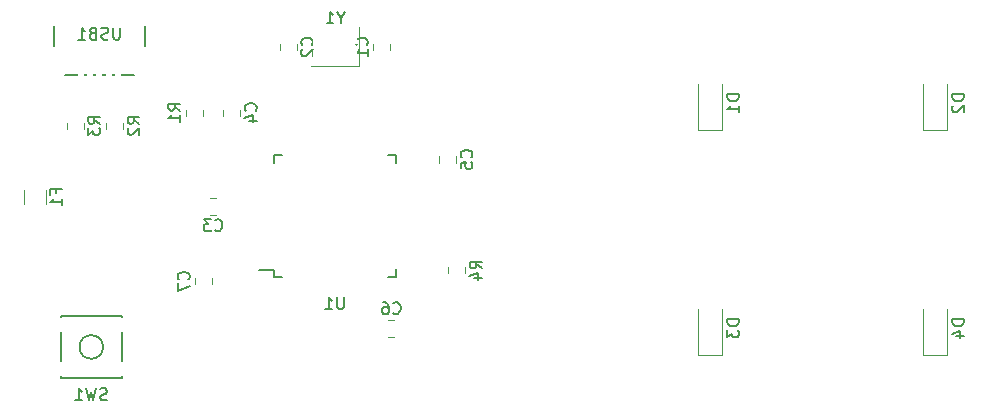
<source format=gbr>
G04 #@! TF.GenerationSoftware,KiCad,Pcbnew,(5.1.4)-1*
G04 #@! TF.CreationDate,2020-07-29T14:25:06+02:00*
G04 #@! TF.ProjectId,ai03-pcb-2x2-macroboard,61693033-2d70-4636-922d-3278322d6d61,rev?*
G04 #@! TF.SameCoordinates,Original*
G04 #@! TF.FileFunction,Legend,Bot*
G04 #@! TF.FilePolarity,Positive*
%FSLAX46Y46*%
G04 Gerber Fmt 4.6, Leading zero omitted, Abs format (unit mm)*
G04 Created by KiCad (PCBNEW (5.1.4)-1) date 2020-07-29 14:25:06*
%MOMM*%
%LPD*%
G04 APERTURE LIST*
%ADD10C,0.150000*%
%ADD11C,0.120000*%
%ADD12O,1.802000X2.802000*%
%ADD13R,0.602000X2.352000*%
%ADD14R,1.502000X1.302000*%
%ADD15R,0.652000X1.602000*%
%ADD16R,1.602000X0.652000*%
%ADD17R,1.902000X1.202000*%
%ADD18C,0.100000*%
%ADD19C,1.077000*%
%ADD20C,1.852000*%
%ADD21R,2.007000X2.007000*%
%ADD22C,2.007000*%
%ADD23C,2.352000*%
%ADD24C,4.089800*%
%ADD25C,2.352000*%
%ADD26C,1.352000*%
%ADD27R,1.302000X1.002000*%
G04 APERTURE END LIST*
D10*
X128611000Y-81026000D02*
X128611000Y-86476000D01*
X136311000Y-81026000D02*
X136311000Y-86476000D01*
X128611000Y-86476000D02*
X136311000Y-86476000D01*
D11*
X154400000Y-85787500D02*
X150400000Y-85787500D01*
X154400000Y-82487500D02*
X154400000Y-85787500D01*
D10*
X147225000Y-103025000D02*
X145950000Y-103025000D01*
X157575000Y-103600000D02*
X156900000Y-103600000D01*
X157575000Y-93250000D02*
X156900000Y-93250000D01*
X147225000Y-93250000D02*
X147900000Y-93250000D01*
X147225000Y-103600000D02*
X147900000Y-103600000D01*
X147225000Y-93250000D02*
X147225000Y-93925000D01*
X157575000Y-93250000D02*
X157575000Y-93925000D01*
X157575000Y-103600000D02*
X157575000Y-102925000D01*
X147225000Y-103600000D02*
X147225000Y-103025000D01*
X134362500Y-106937500D02*
X129162500Y-106937500D01*
X129162500Y-106937500D02*
X129162500Y-112137500D01*
X129162500Y-112137500D02*
X134362500Y-112137500D01*
X134362500Y-112137500D02*
X134362500Y-106937500D01*
X132762500Y-109537500D02*
G75*
G03X132762500Y-109537500I-1000000J0D01*
G01*
D11*
X162008750Y-103302328D02*
X162008750Y-102785172D01*
X163428750Y-103302328D02*
X163428750Y-102785172D01*
X129687250Y-91063578D02*
X129687250Y-90546422D01*
X131107250Y-91063578D02*
X131107250Y-90546422D01*
X133021000Y-91063578D02*
X133021000Y-90546422D01*
X134441000Y-91063578D02*
X134441000Y-90546422D01*
X141203750Y-89435172D02*
X141203750Y-89952328D01*
X139783750Y-89435172D02*
X139783750Y-89952328D01*
X126090000Y-97439564D02*
X126090000Y-96235436D01*
X127910000Y-97439564D02*
X127910000Y-96235436D01*
X204200000Y-110200000D02*
X204200000Y-106300000D01*
X202200000Y-110200000D02*
X202200000Y-106300000D01*
X204200000Y-110200000D02*
X202200000Y-110200000D01*
X185150000Y-110200000D02*
X185150000Y-106300000D01*
X183150000Y-110200000D02*
X183150000Y-106300000D01*
X185150000Y-110200000D02*
X183150000Y-110200000D01*
X204200000Y-91150000D02*
X204200000Y-87250000D01*
X202200000Y-91150000D02*
X202200000Y-87250000D01*
X204200000Y-91150000D02*
X202200000Y-91150000D01*
X185150000Y-91150000D02*
X185150000Y-87250000D01*
X183150000Y-91150000D02*
X183150000Y-87250000D01*
X185150000Y-91150000D02*
X183150000Y-91150000D01*
X141997500Y-103722672D02*
X141997500Y-104239828D01*
X140577500Y-103722672D02*
X140577500Y-104239828D01*
X157421078Y-108660000D02*
X156903922Y-108660000D01*
X157421078Y-107240000D02*
X156903922Y-107240000D01*
X161215000Y-93921078D02*
X161215000Y-93403922D01*
X162635000Y-93921078D02*
X162635000Y-93403922D01*
X142958750Y-89952328D02*
X142958750Y-89435172D01*
X144378750Y-89952328D02*
X144378750Y-89435172D01*
X141822672Y-96921250D02*
X142339828Y-96921250D01*
X141822672Y-98341250D02*
X142339828Y-98341250D01*
X147721250Y-84396078D02*
X147721250Y-83878922D01*
X149141250Y-84396078D02*
X149141250Y-83878922D01*
X157078750Y-83878922D02*
X157078750Y-84396078D01*
X155658750Y-83878922D02*
X155658750Y-84396078D01*
D10*
X134199095Y-82510380D02*
X134199095Y-83319904D01*
X134151476Y-83415142D01*
X134103857Y-83462761D01*
X134008619Y-83510380D01*
X133818142Y-83510380D01*
X133722904Y-83462761D01*
X133675285Y-83415142D01*
X133627666Y-83319904D01*
X133627666Y-82510380D01*
X133199095Y-83462761D02*
X133056238Y-83510380D01*
X132818142Y-83510380D01*
X132722904Y-83462761D01*
X132675285Y-83415142D01*
X132627666Y-83319904D01*
X132627666Y-83224666D01*
X132675285Y-83129428D01*
X132722904Y-83081809D01*
X132818142Y-83034190D01*
X133008619Y-82986571D01*
X133103857Y-82938952D01*
X133151476Y-82891333D01*
X133199095Y-82796095D01*
X133199095Y-82700857D01*
X133151476Y-82605619D01*
X133103857Y-82558000D01*
X133008619Y-82510380D01*
X132770523Y-82510380D01*
X132627666Y-82558000D01*
X131865761Y-82986571D02*
X131722904Y-83034190D01*
X131675285Y-83081809D01*
X131627666Y-83177047D01*
X131627666Y-83319904D01*
X131675285Y-83415142D01*
X131722904Y-83462761D01*
X131818142Y-83510380D01*
X132199095Y-83510380D01*
X132199095Y-82510380D01*
X131865761Y-82510380D01*
X131770523Y-82558000D01*
X131722904Y-82605619D01*
X131675285Y-82700857D01*
X131675285Y-82796095D01*
X131722904Y-82891333D01*
X131770523Y-82938952D01*
X131865761Y-82986571D01*
X132199095Y-82986571D01*
X130675285Y-83510380D02*
X131246714Y-83510380D01*
X130961000Y-83510380D02*
X130961000Y-82510380D01*
X131056238Y-82653238D01*
X131151476Y-82748476D01*
X131246714Y-82796095D01*
X152876190Y-81663690D02*
X152876190Y-82139880D01*
X153209523Y-81139880D02*
X152876190Y-81663690D01*
X152542857Y-81139880D01*
X151685714Y-82139880D02*
X152257142Y-82139880D01*
X151971428Y-82139880D02*
X151971428Y-81139880D01*
X152066666Y-81282738D01*
X152161904Y-81377976D01*
X152257142Y-81425595D01*
X153161904Y-105327380D02*
X153161904Y-106136904D01*
X153114285Y-106232142D01*
X153066666Y-106279761D01*
X152971428Y-106327380D01*
X152780952Y-106327380D01*
X152685714Y-106279761D01*
X152638095Y-106232142D01*
X152590476Y-106136904D01*
X152590476Y-105327380D01*
X151590476Y-106327380D02*
X152161904Y-106327380D01*
X151876190Y-106327380D02*
X151876190Y-105327380D01*
X151971428Y-105470238D01*
X152066666Y-105565476D01*
X152161904Y-105613095D01*
X133095833Y-114006261D02*
X132952976Y-114053880D01*
X132714880Y-114053880D01*
X132619642Y-114006261D01*
X132572023Y-113958642D01*
X132524404Y-113863404D01*
X132524404Y-113768166D01*
X132572023Y-113672928D01*
X132619642Y-113625309D01*
X132714880Y-113577690D01*
X132905357Y-113530071D01*
X133000595Y-113482452D01*
X133048214Y-113434833D01*
X133095833Y-113339595D01*
X133095833Y-113244357D01*
X133048214Y-113149119D01*
X133000595Y-113101500D01*
X132905357Y-113053880D01*
X132667261Y-113053880D01*
X132524404Y-113101500D01*
X132191071Y-113053880D02*
X131952976Y-114053880D01*
X131762500Y-113339595D01*
X131572023Y-114053880D01*
X131333928Y-113053880D01*
X130429166Y-114053880D02*
X131000595Y-114053880D01*
X130714880Y-114053880D02*
X130714880Y-113053880D01*
X130810119Y-113196738D01*
X130905357Y-113291976D01*
X131000595Y-113339595D01*
X164821130Y-102877083D02*
X164344940Y-102543750D01*
X164821130Y-102305654D02*
X163821130Y-102305654D01*
X163821130Y-102686607D01*
X163868750Y-102781845D01*
X163916369Y-102829464D01*
X164011607Y-102877083D01*
X164154464Y-102877083D01*
X164249702Y-102829464D01*
X164297321Y-102781845D01*
X164344940Y-102686607D01*
X164344940Y-102305654D01*
X164154464Y-103734226D02*
X164821130Y-103734226D01*
X163773511Y-103496130D02*
X164487797Y-103258035D01*
X164487797Y-103877083D01*
X132499630Y-90638333D02*
X132023440Y-90305000D01*
X132499630Y-90066904D02*
X131499630Y-90066904D01*
X131499630Y-90447857D01*
X131547250Y-90543095D01*
X131594869Y-90590714D01*
X131690107Y-90638333D01*
X131832964Y-90638333D01*
X131928202Y-90590714D01*
X131975821Y-90543095D01*
X132023440Y-90447857D01*
X132023440Y-90066904D01*
X131499630Y-90971666D02*
X131499630Y-91590714D01*
X131880583Y-91257380D01*
X131880583Y-91400238D01*
X131928202Y-91495476D01*
X131975821Y-91543095D01*
X132071059Y-91590714D01*
X132309154Y-91590714D01*
X132404392Y-91543095D01*
X132452011Y-91495476D01*
X132499630Y-91400238D01*
X132499630Y-91114523D01*
X132452011Y-91019285D01*
X132404392Y-90971666D01*
X135833380Y-90638333D02*
X135357190Y-90305000D01*
X135833380Y-90066904D02*
X134833380Y-90066904D01*
X134833380Y-90447857D01*
X134881000Y-90543095D01*
X134928619Y-90590714D01*
X135023857Y-90638333D01*
X135166714Y-90638333D01*
X135261952Y-90590714D01*
X135309571Y-90543095D01*
X135357190Y-90447857D01*
X135357190Y-90066904D01*
X134928619Y-91019285D02*
X134881000Y-91066904D01*
X134833380Y-91162142D01*
X134833380Y-91400238D01*
X134881000Y-91495476D01*
X134928619Y-91543095D01*
X135023857Y-91590714D01*
X135119095Y-91590714D01*
X135261952Y-91543095D01*
X135833380Y-90971666D01*
X135833380Y-91590714D01*
X139296130Y-89527083D02*
X138819940Y-89193750D01*
X139296130Y-88955654D02*
X138296130Y-88955654D01*
X138296130Y-89336607D01*
X138343750Y-89431845D01*
X138391369Y-89479464D01*
X138486607Y-89527083D01*
X138629464Y-89527083D01*
X138724702Y-89479464D01*
X138772321Y-89431845D01*
X138819940Y-89336607D01*
X138819940Y-88955654D01*
X139296130Y-90479464D02*
X139296130Y-89908035D01*
X139296130Y-90193750D02*
X138296130Y-90193750D01*
X138438988Y-90098511D01*
X138534226Y-90003273D01*
X138581845Y-89908035D01*
X128748571Y-96504166D02*
X128748571Y-96170833D01*
X129272380Y-96170833D02*
X128272380Y-96170833D01*
X128272380Y-96647023D01*
X129272380Y-97551785D02*
X129272380Y-96980357D01*
X129272380Y-97266071D02*
X128272380Y-97266071D01*
X128415238Y-97170833D01*
X128510476Y-97075595D01*
X128558095Y-96980357D01*
X205652380Y-107211904D02*
X204652380Y-107211904D01*
X204652380Y-107450000D01*
X204700000Y-107592857D01*
X204795238Y-107688095D01*
X204890476Y-107735714D01*
X205080952Y-107783333D01*
X205223809Y-107783333D01*
X205414285Y-107735714D01*
X205509523Y-107688095D01*
X205604761Y-107592857D01*
X205652380Y-107450000D01*
X205652380Y-107211904D01*
X204985714Y-108640476D02*
X205652380Y-108640476D01*
X204604761Y-108402380D02*
X205319047Y-108164285D01*
X205319047Y-108783333D01*
X186602380Y-107211904D02*
X185602380Y-107211904D01*
X185602380Y-107450000D01*
X185650000Y-107592857D01*
X185745238Y-107688095D01*
X185840476Y-107735714D01*
X186030952Y-107783333D01*
X186173809Y-107783333D01*
X186364285Y-107735714D01*
X186459523Y-107688095D01*
X186554761Y-107592857D01*
X186602380Y-107450000D01*
X186602380Y-107211904D01*
X185602380Y-108116666D02*
X185602380Y-108735714D01*
X185983333Y-108402380D01*
X185983333Y-108545238D01*
X186030952Y-108640476D01*
X186078571Y-108688095D01*
X186173809Y-108735714D01*
X186411904Y-108735714D01*
X186507142Y-108688095D01*
X186554761Y-108640476D01*
X186602380Y-108545238D01*
X186602380Y-108259523D01*
X186554761Y-108164285D01*
X186507142Y-108116666D01*
X205652380Y-88161904D02*
X204652380Y-88161904D01*
X204652380Y-88400000D01*
X204700000Y-88542857D01*
X204795238Y-88638095D01*
X204890476Y-88685714D01*
X205080952Y-88733333D01*
X205223809Y-88733333D01*
X205414285Y-88685714D01*
X205509523Y-88638095D01*
X205604761Y-88542857D01*
X205652380Y-88400000D01*
X205652380Y-88161904D01*
X204747619Y-89114285D02*
X204700000Y-89161904D01*
X204652380Y-89257142D01*
X204652380Y-89495238D01*
X204700000Y-89590476D01*
X204747619Y-89638095D01*
X204842857Y-89685714D01*
X204938095Y-89685714D01*
X205080952Y-89638095D01*
X205652380Y-89066666D01*
X205652380Y-89685714D01*
X186602380Y-88161904D02*
X185602380Y-88161904D01*
X185602380Y-88400000D01*
X185650000Y-88542857D01*
X185745238Y-88638095D01*
X185840476Y-88685714D01*
X186030952Y-88733333D01*
X186173809Y-88733333D01*
X186364285Y-88685714D01*
X186459523Y-88638095D01*
X186554761Y-88542857D01*
X186602380Y-88400000D01*
X186602380Y-88161904D01*
X186602380Y-89685714D02*
X186602380Y-89114285D01*
X186602380Y-89400000D02*
X185602380Y-89400000D01*
X185745238Y-89304761D01*
X185840476Y-89209523D01*
X185888095Y-89114285D01*
X139994642Y-103814583D02*
X140042261Y-103766964D01*
X140089880Y-103624107D01*
X140089880Y-103528869D01*
X140042261Y-103386011D01*
X139947023Y-103290773D01*
X139851785Y-103243154D01*
X139661309Y-103195535D01*
X139518452Y-103195535D01*
X139327976Y-103243154D01*
X139232738Y-103290773D01*
X139137500Y-103386011D01*
X139089880Y-103528869D01*
X139089880Y-103624107D01*
X139137500Y-103766964D01*
X139185119Y-103814583D01*
X139089880Y-104147916D02*
X139089880Y-104814583D01*
X140089880Y-104386011D01*
X157329166Y-106657142D02*
X157376785Y-106704761D01*
X157519642Y-106752380D01*
X157614880Y-106752380D01*
X157757738Y-106704761D01*
X157852976Y-106609523D01*
X157900595Y-106514285D01*
X157948214Y-106323809D01*
X157948214Y-106180952D01*
X157900595Y-105990476D01*
X157852976Y-105895238D01*
X157757738Y-105800000D01*
X157614880Y-105752380D01*
X157519642Y-105752380D01*
X157376785Y-105800000D01*
X157329166Y-105847619D01*
X156472023Y-105752380D02*
X156662500Y-105752380D01*
X156757738Y-105800000D01*
X156805357Y-105847619D01*
X156900595Y-105990476D01*
X156948214Y-106180952D01*
X156948214Y-106561904D01*
X156900595Y-106657142D01*
X156852976Y-106704761D01*
X156757738Y-106752380D01*
X156567261Y-106752380D01*
X156472023Y-106704761D01*
X156424404Y-106657142D01*
X156376785Y-106561904D01*
X156376785Y-106323809D01*
X156424404Y-106228571D01*
X156472023Y-106180952D01*
X156567261Y-106133333D01*
X156757738Y-106133333D01*
X156852976Y-106180952D01*
X156900595Y-106228571D01*
X156948214Y-106323809D01*
X163932142Y-93495833D02*
X163979761Y-93448214D01*
X164027380Y-93305357D01*
X164027380Y-93210119D01*
X163979761Y-93067261D01*
X163884523Y-92972023D01*
X163789285Y-92924404D01*
X163598809Y-92876785D01*
X163455952Y-92876785D01*
X163265476Y-92924404D01*
X163170238Y-92972023D01*
X163075000Y-93067261D01*
X163027380Y-93210119D01*
X163027380Y-93305357D01*
X163075000Y-93448214D01*
X163122619Y-93495833D01*
X163027380Y-94400595D02*
X163027380Y-93924404D01*
X163503571Y-93876785D01*
X163455952Y-93924404D01*
X163408333Y-94019642D01*
X163408333Y-94257738D01*
X163455952Y-94352976D01*
X163503571Y-94400595D01*
X163598809Y-94448214D01*
X163836904Y-94448214D01*
X163932142Y-94400595D01*
X163979761Y-94352976D01*
X164027380Y-94257738D01*
X164027380Y-94019642D01*
X163979761Y-93924404D01*
X163932142Y-93876785D01*
X145675892Y-89527083D02*
X145723511Y-89479464D01*
X145771130Y-89336607D01*
X145771130Y-89241369D01*
X145723511Y-89098511D01*
X145628273Y-89003273D01*
X145533035Y-88955654D01*
X145342559Y-88908035D01*
X145199702Y-88908035D01*
X145009226Y-88955654D01*
X144913988Y-89003273D01*
X144818750Y-89098511D01*
X144771130Y-89241369D01*
X144771130Y-89336607D01*
X144818750Y-89479464D01*
X144866369Y-89527083D01*
X145104464Y-90384226D02*
X145771130Y-90384226D01*
X144723511Y-90146130D02*
X145437797Y-89908035D01*
X145437797Y-90527083D01*
X142247916Y-99638392D02*
X142295535Y-99686011D01*
X142438392Y-99733630D01*
X142533630Y-99733630D01*
X142676488Y-99686011D01*
X142771726Y-99590773D01*
X142819345Y-99495535D01*
X142866964Y-99305059D01*
X142866964Y-99162202D01*
X142819345Y-98971726D01*
X142771726Y-98876488D01*
X142676488Y-98781250D01*
X142533630Y-98733630D01*
X142438392Y-98733630D01*
X142295535Y-98781250D01*
X142247916Y-98828869D01*
X141914583Y-98733630D02*
X141295535Y-98733630D01*
X141628869Y-99114583D01*
X141486011Y-99114583D01*
X141390773Y-99162202D01*
X141343154Y-99209821D01*
X141295535Y-99305059D01*
X141295535Y-99543154D01*
X141343154Y-99638392D01*
X141390773Y-99686011D01*
X141486011Y-99733630D01*
X141771726Y-99733630D01*
X141866964Y-99686011D01*
X141914583Y-99638392D01*
X150438392Y-83970833D02*
X150486011Y-83923214D01*
X150533630Y-83780357D01*
X150533630Y-83685119D01*
X150486011Y-83542261D01*
X150390773Y-83447023D01*
X150295535Y-83399404D01*
X150105059Y-83351785D01*
X149962202Y-83351785D01*
X149771726Y-83399404D01*
X149676488Y-83447023D01*
X149581250Y-83542261D01*
X149533630Y-83685119D01*
X149533630Y-83780357D01*
X149581250Y-83923214D01*
X149628869Y-83970833D01*
X149628869Y-84351785D02*
X149581250Y-84399404D01*
X149533630Y-84494642D01*
X149533630Y-84732738D01*
X149581250Y-84827976D01*
X149628869Y-84875595D01*
X149724107Y-84923214D01*
X149819345Y-84923214D01*
X149962202Y-84875595D01*
X150533630Y-84304166D01*
X150533630Y-84923214D01*
X155075892Y-83970833D02*
X155123511Y-83923214D01*
X155171130Y-83780357D01*
X155171130Y-83685119D01*
X155123511Y-83542261D01*
X155028273Y-83447023D01*
X154933035Y-83399404D01*
X154742559Y-83351785D01*
X154599702Y-83351785D01*
X154409226Y-83399404D01*
X154313988Y-83447023D01*
X154218750Y-83542261D01*
X154171130Y-83685119D01*
X154171130Y-83780357D01*
X154218750Y-83923214D01*
X154266369Y-83970833D01*
X155171130Y-84923214D02*
X155171130Y-84351785D01*
X155171130Y-84637500D02*
X154171130Y-84637500D01*
X154313988Y-84542261D01*
X154409226Y-84447023D01*
X154456845Y-84351785D01*
%LPC*%
D12*
X128811000Y-81026000D03*
X136111000Y-81026000D03*
X136111000Y-85526000D03*
X128811000Y-85526000D03*
D13*
X130861000Y-85526000D03*
X131661000Y-85526000D03*
X132461000Y-85526000D03*
X133261000Y-85526000D03*
X134061000Y-85526000D03*
D14*
X153500000Y-83287500D03*
X151300000Y-83287500D03*
X151300000Y-84987500D03*
X153500000Y-84987500D03*
D15*
X148400000Y-104125000D03*
X149200000Y-104125000D03*
X150000000Y-104125000D03*
X150800000Y-104125000D03*
X151600000Y-104125000D03*
X152400000Y-104125000D03*
X153200000Y-104125000D03*
X154000000Y-104125000D03*
X154800000Y-104125000D03*
X155600000Y-104125000D03*
X156400000Y-104125000D03*
D16*
X158100000Y-102425000D03*
X158100000Y-101625000D03*
X158100000Y-100825000D03*
X158100000Y-100025000D03*
X158100000Y-99225000D03*
X158100000Y-98425000D03*
X158100000Y-97625000D03*
X158100000Y-96825000D03*
X158100000Y-96025000D03*
X158100000Y-95225000D03*
X158100000Y-94425000D03*
D15*
X156400000Y-92725000D03*
X155600000Y-92725000D03*
X154800000Y-92725000D03*
X154000000Y-92725000D03*
X153200000Y-92725000D03*
X152400000Y-92725000D03*
X151600000Y-92725000D03*
X150800000Y-92725000D03*
X150000000Y-92725000D03*
X149200000Y-92725000D03*
X148400000Y-92725000D03*
D16*
X146700000Y-94425000D03*
X146700000Y-95225000D03*
X146700000Y-96025000D03*
X146700000Y-96825000D03*
X146700000Y-97625000D03*
X146700000Y-98425000D03*
X146700000Y-99225000D03*
X146700000Y-100025000D03*
X146700000Y-100825000D03*
X146700000Y-101625000D03*
X146700000Y-102425000D03*
D17*
X134862500Y-111387500D03*
X128662500Y-107687500D03*
X134862500Y-107687500D03*
X128662500Y-111387500D03*
D18*
G36*
X163226891Y-101569047D02*
G01*
X163253028Y-101572924D01*
X163278659Y-101579344D01*
X163303538Y-101588245D01*
X163327424Y-101599543D01*
X163350087Y-101613127D01*
X163371310Y-101628867D01*
X163390889Y-101646611D01*
X163408633Y-101666190D01*
X163424373Y-101687413D01*
X163437957Y-101710076D01*
X163449255Y-101733962D01*
X163458156Y-101758841D01*
X163464576Y-101784472D01*
X163468453Y-101810609D01*
X163469750Y-101837000D01*
X163469750Y-102375500D01*
X163468453Y-102401891D01*
X163464576Y-102428028D01*
X163458156Y-102453659D01*
X163449255Y-102478538D01*
X163437957Y-102502424D01*
X163424373Y-102525087D01*
X163408633Y-102546310D01*
X163390889Y-102565889D01*
X163371310Y-102583633D01*
X163350087Y-102599373D01*
X163327424Y-102612957D01*
X163303538Y-102624255D01*
X163278659Y-102633156D01*
X163253028Y-102639576D01*
X163226891Y-102643453D01*
X163200500Y-102644750D01*
X162237000Y-102644750D01*
X162210609Y-102643453D01*
X162184472Y-102639576D01*
X162158841Y-102633156D01*
X162133962Y-102624255D01*
X162110076Y-102612957D01*
X162087413Y-102599373D01*
X162066190Y-102583633D01*
X162046611Y-102565889D01*
X162028867Y-102546310D01*
X162013127Y-102525087D01*
X161999543Y-102502424D01*
X161988245Y-102478538D01*
X161979344Y-102453659D01*
X161972924Y-102428028D01*
X161969047Y-102401891D01*
X161967750Y-102375500D01*
X161967750Y-101837000D01*
X161969047Y-101810609D01*
X161972924Y-101784472D01*
X161979344Y-101758841D01*
X161988245Y-101733962D01*
X161999543Y-101710076D01*
X162013127Y-101687413D01*
X162028867Y-101666190D01*
X162046611Y-101646611D01*
X162066190Y-101628867D01*
X162087413Y-101613127D01*
X162110076Y-101599543D01*
X162133962Y-101588245D01*
X162158841Y-101579344D01*
X162184472Y-101572924D01*
X162210609Y-101569047D01*
X162237000Y-101567750D01*
X163200500Y-101567750D01*
X163226891Y-101569047D01*
X163226891Y-101569047D01*
G37*
D19*
X162718750Y-102106250D03*
D18*
G36*
X163226891Y-103444047D02*
G01*
X163253028Y-103447924D01*
X163278659Y-103454344D01*
X163303538Y-103463245D01*
X163327424Y-103474543D01*
X163350087Y-103488127D01*
X163371310Y-103503867D01*
X163390889Y-103521611D01*
X163408633Y-103541190D01*
X163424373Y-103562413D01*
X163437957Y-103585076D01*
X163449255Y-103608962D01*
X163458156Y-103633841D01*
X163464576Y-103659472D01*
X163468453Y-103685609D01*
X163469750Y-103712000D01*
X163469750Y-104250500D01*
X163468453Y-104276891D01*
X163464576Y-104303028D01*
X163458156Y-104328659D01*
X163449255Y-104353538D01*
X163437957Y-104377424D01*
X163424373Y-104400087D01*
X163408633Y-104421310D01*
X163390889Y-104440889D01*
X163371310Y-104458633D01*
X163350087Y-104474373D01*
X163327424Y-104487957D01*
X163303538Y-104499255D01*
X163278659Y-104508156D01*
X163253028Y-104514576D01*
X163226891Y-104518453D01*
X163200500Y-104519750D01*
X162237000Y-104519750D01*
X162210609Y-104518453D01*
X162184472Y-104514576D01*
X162158841Y-104508156D01*
X162133962Y-104499255D01*
X162110076Y-104487957D01*
X162087413Y-104474373D01*
X162066190Y-104458633D01*
X162046611Y-104440889D01*
X162028867Y-104421310D01*
X162013127Y-104400087D01*
X161999543Y-104377424D01*
X161988245Y-104353538D01*
X161979344Y-104328659D01*
X161972924Y-104303028D01*
X161969047Y-104276891D01*
X161967750Y-104250500D01*
X161967750Y-103712000D01*
X161969047Y-103685609D01*
X161972924Y-103659472D01*
X161979344Y-103633841D01*
X161988245Y-103608962D01*
X161999543Y-103585076D01*
X162013127Y-103562413D01*
X162028867Y-103541190D01*
X162046611Y-103521611D01*
X162066190Y-103503867D01*
X162087413Y-103488127D01*
X162110076Y-103474543D01*
X162133962Y-103463245D01*
X162158841Y-103454344D01*
X162184472Y-103447924D01*
X162210609Y-103444047D01*
X162237000Y-103442750D01*
X163200500Y-103442750D01*
X163226891Y-103444047D01*
X163226891Y-103444047D01*
G37*
D19*
X162718750Y-103981250D03*
D18*
G36*
X130905391Y-89330297D02*
G01*
X130931528Y-89334174D01*
X130957159Y-89340594D01*
X130982038Y-89349495D01*
X131005924Y-89360793D01*
X131028587Y-89374377D01*
X131049810Y-89390117D01*
X131069389Y-89407861D01*
X131087133Y-89427440D01*
X131102873Y-89448663D01*
X131116457Y-89471326D01*
X131127755Y-89495212D01*
X131136656Y-89520091D01*
X131143076Y-89545722D01*
X131146953Y-89571859D01*
X131148250Y-89598250D01*
X131148250Y-90136750D01*
X131146953Y-90163141D01*
X131143076Y-90189278D01*
X131136656Y-90214909D01*
X131127755Y-90239788D01*
X131116457Y-90263674D01*
X131102873Y-90286337D01*
X131087133Y-90307560D01*
X131069389Y-90327139D01*
X131049810Y-90344883D01*
X131028587Y-90360623D01*
X131005924Y-90374207D01*
X130982038Y-90385505D01*
X130957159Y-90394406D01*
X130931528Y-90400826D01*
X130905391Y-90404703D01*
X130879000Y-90406000D01*
X129915500Y-90406000D01*
X129889109Y-90404703D01*
X129862972Y-90400826D01*
X129837341Y-90394406D01*
X129812462Y-90385505D01*
X129788576Y-90374207D01*
X129765913Y-90360623D01*
X129744690Y-90344883D01*
X129725111Y-90327139D01*
X129707367Y-90307560D01*
X129691627Y-90286337D01*
X129678043Y-90263674D01*
X129666745Y-90239788D01*
X129657844Y-90214909D01*
X129651424Y-90189278D01*
X129647547Y-90163141D01*
X129646250Y-90136750D01*
X129646250Y-89598250D01*
X129647547Y-89571859D01*
X129651424Y-89545722D01*
X129657844Y-89520091D01*
X129666745Y-89495212D01*
X129678043Y-89471326D01*
X129691627Y-89448663D01*
X129707367Y-89427440D01*
X129725111Y-89407861D01*
X129744690Y-89390117D01*
X129765913Y-89374377D01*
X129788576Y-89360793D01*
X129812462Y-89349495D01*
X129837341Y-89340594D01*
X129862972Y-89334174D01*
X129889109Y-89330297D01*
X129915500Y-89329000D01*
X130879000Y-89329000D01*
X130905391Y-89330297D01*
X130905391Y-89330297D01*
G37*
D19*
X130397250Y-89867500D03*
D18*
G36*
X130905391Y-91205297D02*
G01*
X130931528Y-91209174D01*
X130957159Y-91215594D01*
X130982038Y-91224495D01*
X131005924Y-91235793D01*
X131028587Y-91249377D01*
X131049810Y-91265117D01*
X131069389Y-91282861D01*
X131087133Y-91302440D01*
X131102873Y-91323663D01*
X131116457Y-91346326D01*
X131127755Y-91370212D01*
X131136656Y-91395091D01*
X131143076Y-91420722D01*
X131146953Y-91446859D01*
X131148250Y-91473250D01*
X131148250Y-92011750D01*
X131146953Y-92038141D01*
X131143076Y-92064278D01*
X131136656Y-92089909D01*
X131127755Y-92114788D01*
X131116457Y-92138674D01*
X131102873Y-92161337D01*
X131087133Y-92182560D01*
X131069389Y-92202139D01*
X131049810Y-92219883D01*
X131028587Y-92235623D01*
X131005924Y-92249207D01*
X130982038Y-92260505D01*
X130957159Y-92269406D01*
X130931528Y-92275826D01*
X130905391Y-92279703D01*
X130879000Y-92281000D01*
X129915500Y-92281000D01*
X129889109Y-92279703D01*
X129862972Y-92275826D01*
X129837341Y-92269406D01*
X129812462Y-92260505D01*
X129788576Y-92249207D01*
X129765913Y-92235623D01*
X129744690Y-92219883D01*
X129725111Y-92202139D01*
X129707367Y-92182560D01*
X129691627Y-92161337D01*
X129678043Y-92138674D01*
X129666745Y-92114788D01*
X129657844Y-92089909D01*
X129651424Y-92064278D01*
X129647547Y-92038141D01*
X129646250Y-92011750D01*
X129646250Y-91473250D01*
X129647547Y-91446859D01*
X129651424Y-91420722D01*
X129657844Y-91395091D01*
X129666745Y-91370212D01*
X129678043Y-91346326D01*
X129691627Y-91323663D01*
X129707367Y-91302440D01*
X129725111Y-91282861D01*
X129744690Y-91265117D01*
X129765913Y-91249377D01*
X129788576Y-91235793D01*
X129812462Y-91224495D01*
X129837341Y-91215594D01*
X129862972Y-91209174D01*
X129889109Y-91205297D01*
X129915500Y-91204000D01*
X130879000Y-91204000D01*
X130905391Y-91205297D01*
X130905391Y-91205297D01*
G37*
D19*
X130397250Y-91742500D03*
D18*
G36*
X134239141Y-89330297D02*
G01*
X134265278Y-89334174D01*
X134290909Y-89340594D01*
X134315788Y-89349495D01*
X134339674Y-89360793D01*
X134362337Y-89374377D01*
X134383560Y-89390117D01*
X134403139Y-89407861D01*
X134420883Y-89427440D01*
X134436623Y-89448663D01*
X134450207Y-89471326D01*
X134461505Y-89495212D01*
X134470406Y-89520091D01*
X134476826Y-89545722D01*
X134480703Y-89571859D01*
X134482000Y-89598250D01*
X134482000Y-90136750D01*
X134480703Y-90163141D01*
X134476826Y-90189278D01*
X134470406Y-90214909D01*
X134461505Y-90239788D01*
X134450207Y-90263674D01*
X134436623Y-90286337D01*
X134420883Y-90307560D01*
X134403139Y-90327139D01*
X134383560Y-90344883D01*
X134362337Y-90360623D01*
X134339674Y-90374207D01*
X134315788Y-90385505D01*
X134290909Y-90394406D01*
X134265278Y-90400826D01*
X134239141Y-90404703D01*
X134212750Y-90406000D01*
X133249250Y-90406000D01*
X133222859Y-90404703D01*
X133196722Y-90400826D01*
X133171091Y-90394406D01*
X133146212Y-90385505D01*
X133122326Y-90374207D01*
X133099663Y-90360623D01*
X133078440Y-90344883D01*
X133058861Y-90327139D01*
X133041117Y-90307560D01*
X133025377Y-90286337D01*
X133011793Y-90263674D01*
X133000495Y-90239788D01*
X132991594Y-90214909D01*
X132985174Y-90189278D01*
X132981297Y-90163141D01*
X132980000Y-90136750D01*
X132980000Y-89598250D01*
X132981297Y-89571859D01*
X132985174Y-89545722D01*
X132991594Y-89520091D01*
X133000495Y-89495212D01*
X133011793Y-89471326D01*
X133025377Y-89448663D01*
X133041117Y-89427440D01*
X133058861Y-89407861D01*
X133078440Y-89390117D01*
X133099663Y-89374377D01*
X133122326Y-89360793D01*
X133146212Y-89349495D01*
X133171091Y-89340594D01*
X133196722Y-89334174D01*
X133222859Y-89330297D01*
X133249250Y-89329000D01*
X134212750Y-89329000D01*
X134239141Y-89330297D01*
X134239141Y-89330297D01*
G37*
D19*
X133731000Y-89867500D03*
D18*
G36*
X134239141Y-91205297D02*
G01*
X134265278Y-91209174D01*
X134290909Y-91215594D01*
X134315788Y-91224495D01*
X134339674Y-91235793D01*
X134362337Y-91249377D01*
X134383560Y-91265117D01*
X134403139Y-91282861D01*
X134420883Y-91302440D01*
X134436623Y-91323663D01*
X134450207Y-91346326D01*
X134461505Y-91370212D01*
X134470406Y-91395091D01*
X134476826Y-91420722D01*
X134480703Y-91446859D01*
X134482000Y-91473250D01*
X134482000Y-92011750D01*
X134480703Y-92038141D01*
X134476826Y-92064278D01*
X134470406Y-92089909D01*
X134461505Y-92114788D01*
X134450207Y-92138674D01*
X134436623Y-92161337D01*
X134420883Y-92182560D01*
X134403139Y-92202139D01*
X134383560Y-92219883D01*
X134362337Y-92235623D01*
X134339674Y-92249207D01*
X134315788Y-92260505D01*
X134290909Y-92269406D01*
X134265278Y-92275826D01*
X134239141Y-92279703D01*
X134212750Y-92281000D01*
X133249250Y-92281000D01*
X133222859Y-92279703D01*
X133196722Y-92275826D01*
X133171091Y-92269406D01*
X133146212Y-92260505D01*
X133122326Y-92249207D01*
X133099663Y-92235623D01*
X133078440Y-92219883D01*
X133058861Y-92202139D01*
X133041117Y-92182560D01*
X133025377Y-92161337D01*
X133011793Y-92138674D01*
X133000495Y-92114788D01*
X132991594Y-92089909D01*
X132985174Y-92064278D01*
X132981297Y-92038141D01*
X132980000Y-92011750D01*
X132980000Y-91473250D01*
X132981297Y-91446859D01*
X132985174Y-91420722D01*
X132991594Y-91395091D01*
X133000495Y-91370212D01*
X133011793Y-91346326D01*
X133025377Y-91323663D01*
X133041117Y-91302440D01*
X133058861Y-91282861D01*
X133078440Y-91265117D01*
X133099663Y-91249377D01*
X133122326Y-91235793D01*
X133146212Y-91224495D01*
X133171091Y-91215594D01*
X133196722Y-91209174D01*
X133222859Y-91205297D01*
X133249250Y-91204000D01*
X134212750Y-91204000D01*
X134239141Y-91205297D01*
X134239141Y-91205297D01*
G37*
D19*
X133731000Y-91742500D03*
D18*
G36*
X141001891Y-90094047D02*
G01*
X141028028Y-90097924D01*
X141053659Y-90104344D01*
X141078538Y-90113245D01*
X141102424Y-90124543D01*
X141125087Y-90138127D01*
X141146310Y-90153867D01*
X141165889Y-90171611D01*
X141183633Y-90191190D01*
X141199373Y-90212413D01*
X141212957Y-90235076D01*
X141224255Y-90258962D01*
X141233156Y-90283841D01*
X141239576Y-90309472D01*
X141243453Y-90335609D01*
X141244750Y-90362000D01*
X141244750Y-90900500D01*
X141243453Y-90926891D01*
X141239576Y-90953028D01*
X141233156Y-90978659D01*
X141224255Y-91003538D01*
X141212957Y-91027424D01*
X141199373Y-91050087D01*
X141183633Y-91071310D01*
X141165889Y-91090889D01*
X141146310Y-91108633D01*
X141125087Y-91124373D01*
X141102424Y-91137957D01*
X141078538Y-91149255D01*
X141053659Y-91158156D01*
X141028028Y-91164576D01*
X141001891Y-91168453D01*
X140975500Y-91169750D01*
X140012000Y-91169750D01*
X139985609Y-91168453D01*
X139959472Y-91164576D01*
X139933841Y-91158156D01*
X139908962Y-91149255D01*
X139885076Y-91137957D01*
X139862413Y-91124373D01*
X139841190Y-91108633D01*
X139821611Y-91090889D01*
X139803867Y-91071310D01*
X139788127Y-91050087D01*
X139774543Y-91027424D01*
X139763245Y-91003538D01*
X139754344Y-90978659D01*
X139747924Y-90953028D01*
X139744047Y-90926891D01*
X139742750Y-90900500D01*
X139742750Y-90362000D01*
X139744047Y-90335609D01*
X139747924Y-90309472D01*
X139754344Y-90283841D01*
X139763245Y-90258962D01*
X139774543Y-90235076D01*
X139788127Y-90212413D01*
X139803867Y-90191190D01*
X139821611Y-90171611D01*
X139841190Y-90153867D01*
X139862413Y-90138127D01*
X139885076Y-90124543D01*
X139908962Y-90113245D01*
X139933841Y-90104344D01*
X139959472Y-90097924D01*
X139985609Y-90094047D01*
X140012000Y-90092750D01*
X140975500Y-90092750D01*
X141001891Y-90094047D01*
X141001891Y-90094047D01*
G37*
D19*
X140493750Y-90631250D03*
D18*
G36*
X141001891Y-88219047D02*
G01*
X141028028Y-88222924D01*
X141053659Y-88229344D01*
X141078538Y-88238245D01*
X141102424Y-88249543D01*
X141125087Y-88263127D01*
X141146310Y-88278867D01*
X141165889Y-88296611D01*
X141183633Y-88316190D01*
X141199373Y-88337413D01*
X141212957Y-88360076D01*
X141224255Y-88383962D01*
X141233156Y-88408841D01*
X141239576Y-88434472D01*
X141243453Y-88460609D01*
X141244750Y-88487000D01*
X141244750Y-89025500D01*
X141243453Y-89051891D01*
X141239576Y-89078028D01*
X141233156Y-89103659D01*
X141224255Y-89128538D01*
X141212957Y-89152424D01*
X141199373Y-89175087D01*
X141183633Y-89196310D01*
X141165889Y-89215889D01*
X141146310Y-89233633D01*
X141125087Y-89249373D01*
X141102424Y-89262957D01*
X141078538Y-89274255D01*
X141053659Y-89283156D01*
X141028028Y-89289576D01*
X141001891Y-89293453D01*
X140975500Y-89294750D01*
X140012000Y-89294750D01*
X139985609Y-89293453D01*
X139959472Y-89289576D01*
X139933841Y-89283156D01*
X139908962Y-89274255D01*
X139885076Y-89262957D01*
X139862413Y-89249373D01*
X139841190Y-89233633D01*
X139821611Y-89215889D01*
X139803867Y-89196310D01*
X139788127Y-89175087D01*
X139774543Y-89152424D01*
X139763245Y-89128538D01*
X139754344Y-89103659D01*
X139747924Y-89078028D01*
X139744047Y-89051891D01*
X139742750Y-89025500D01*
X139742750Y-88487000D01*
X139744047Y-88460609D01*
X139747924Y-88434472D01*
X139754344Y-88408841D01*
X139763245Y-88383962D01*
X139774543Y-88360076D01*
X139788127Y-88337413D01*
X139803867Y-88316190D01*
X139821611Y-88296611D01*
X139841190Y-88278867D01*
X139862413Y-88263127D01*
X139885076Y-88249543D01*
X139908962Y-88238245D01*
X139933841Y-88229344D01*
X139959472Y-88222924D01*
X139985609Y-88219047D01*
X140012000Y-88217750D01*
X140975500Y-88217750D01*
X141001891Y-88219047D01*
X141001891Y-88219047D01*
G37*
D19*
X140493750Y-88756250D03*
D20*
X200342500Y-107950000D03*
X190182500Y-107950000D03*
D21*
X196532500Y-113030000D03*
D22*
X193992500Y-113030000D03*
D23*
X192762500Y-103950000D03*
D24*
X195262500Y-107950000D03*
D23*
X192107501Y-104680000D03*
D25*
X191452500Y-105410000D02*
X192762502Y-103950000D01*
D23*
X197802500Y-102870000D03*
X197782500Y-103160000D03*
D25*
X197762500Y-103450000D02*
X197802500Y-102870000D01*
D20*
X181292500Y-107950000D03*
X171132500Y-107950000D03*
D21*
X177482500Y-113030000D03*
D22*
X174942500Y-113030000D03*
D23*
X173712500Y-103950000D03*
D24*
X176212500Y-107950000D03*
D23*
X173057501Y-104680000D03*
D25*
X172402500Y-105410000D02*
X173712502Y-103950000D01*
D23*
X178752500Y-102870000D03*
X178732500Y-103160000D03*
D25*
X178712500Y-103450000D02*
X178752500Y-102870000D01*
D20*
X200342500Y-88900000D03*
X190182500Y-88900000D03*
D21*
X196532500Y-93980000D03*
D22*
X193992500Y-93980000D03*
D23*
X192762500Y-84900000D03*
D24*
X195262500Y-88900000D03*
D23*
X192107501Y-85630000D03*
D25*
X191452500Y-86360000D02*
X192762502Y-84900000D01*
D23*
X197802500Y-83820000D03*
X197782500Y-84110000D03*
D25*
X197762500Y-84400000D02*
X197802500Y-83820000D01*
D20*
X181292500Y-88900000D03*
X171132500Y-88900000D03*
D21*
X177482500Y-93980000D03*
D22*
X174942500Y-93980000D03*
D23*
X173712500Y-84900000D03*
D24*
X176212500Y-88900000D03*
D23*
X173057501Y-85630000D03*
D25*
X172402500Y-86360000D02*
X173712502Y-84900000D01*
D23*
X178752500Y-83820000D03*
X178732500Y-84110000D03*
D25*
X178712500Y-84400000D02*
X178752500Y-83820000D01*
D18*
G36*
X127682104Y-94762802D02*
G01*
X127708352Y-94766696D01*
X127734093Y-94773143D01*
X127759078Y-94782083D01*
X127783066Y-94793428D01*
X127805826Y-94807071D01*
X127827140Y-94822878D01*
X127846802Y-94840698D01*
X127864622Y-94860360D01*
X127880429Y-94881674D01*
X127894072Y-94904434D01*
X127905417Y-94928422D01*
X127914357Y-94953407D01*
X127920804Y-94979148D01*
X127924698Y-95005396D01*
X127926000Y-95031900D01*
X127926000Y-95843100D01*
X127924698Y-95869604D01*
X127920804Y-95895852D01*
X127914357Y-95921593D01*
X127905417Y-95946578D01*
X127894072Y-95970566D01*
X127880429Y-95993326D01*
X127864622Y-96014640D01*
X127846802Y-96034302D01*
X127827140Y-96052122D01*
X127805826Y-96067929D01*
X127783066Y-96081572D01*
X127759078Y-96092917D01*
X127734093Y-96101857D01*
X127708352Y-96108304D01*
X127682104Y-96112198D01*
X127655600Y-96113500D01*
X126344400Y-96113500D01*
X126317896Y-96112198D01*
X126291648Y-96108304D01*
X126265907Y-96101857D01*
X126240922Y-96092917D01*
X126216934Y-96081572D01*
X126194174Y-96067929D01*
X126172860Y-96052122D01*
X126153198Y-96034302D01*
X126135378Y-96014640D01*
X126119571Y-95993326D01*
X126105928Y-95970566D01*
X126094583Y-95946578D01*
X126085643Y-95921593D01*
X126079196Y-95895852D01*
X126075302Y-95869604D01*
X126074000Y-95843100D01*
X126074000Y-95031900D01*
X126075302Y-95005396D01*
X126079196Y-94979148D01*
X126085643Y-94953407D01*
X126094583Y-94928422D01*
X126105928Y-94904434D01*
X126119571Y-94881674D01*
X126135378Y-94860360D01*
X126153198Y-94840698D01*
X126172860Y-94822878D01*
X126194174Y-94807071D01*
X126216934Y-94793428D01*
X126240922Y-94782083D01*
X126265907Y-94773143D01*
X126291648Y-94766696D01*
X126317896Y-94762802D01*
X126344400Y-94761500D01*
X127655600Y-94761500D01*
X127682104Y-94762802D01*
X127682104Y-94762802D01*
G37*
D26*
X127000000Y-95437500D03*
D18*
G36*
X127682104Y-97562802D02*
G01*
X127708352Y-97566696D01*
X127734093Y-97573143D01*
X127759078Y-97582083D01*
X127783066Y-97593428D01*
X127805826Y-97607071D01*
X127827140Y-97622878D01*
X127846802Y-97640698D01*
X127864622Y-97660360D01*
X127880429Y-97681674D01*
X127894072Y-97704434D01*
X127905417Y-97728422D01*
X127914357Y-97753407D01*
X127920804Y-97779148D01*
X127924698Y-97805396D01*
X127926000Y-97831900D01*
X127926000Y-98643100D01*
X127924698Y-98669604D01*
X127920804Y-98695852D01*
X127914357Y-98721593D01*
X127905417Y-98746578D01*
X127894072Y-98770566D01*
X127880429Y-98793326D01*
X127864622Y-98814640D01*
X127846802Y-98834302D01*
X127827140Y-98852122D01*
X127805826Y-98867929D01*
X127783066Y-98881572D01*
X127759078Y-98892917D01*
X127734093Y-98901857D01*
X127708352Y-98908304D01*
X127682104Y-98912198D01*
X127655600Y-98913500D01*
X126344400Y-98913500D01*
X126317896Y-98912198D01*
X126291648Y-98908304D01*
X126265907Y-98901857D01*
X126240922Y-98892917D01*
X126216934Y-98881572D01*
X126194174Y-98867929D01*
X126172860Y-98852122D01*
X126153198Y-98834302D01*
X126135378Y-98814640D01*
X126119571Y-98793326D01*
X126105928Y-98770566D01*
X126094583Y-98746578D01*
X126085643Y-98721593D01*
X126079196Y-98695852D01*
X126075302Y-98669604D01*
X126074000Y-98643100D01*
X126074000Y-97831900D01*
X126075302Y-97805396D01*
X126079196Y-97779148D01*
X126085643Y-97753407D01*
X126094583Y-97728422D01*
X126105928Y-97704434D01*
X126119571Y-97681674D01*
X126135378Y-97660360D01*
X126153198Y-97640698D01*
X126172860Y-97622878D01*
X126194174Y-97607071D01*
X126216934Y-97593428D01*
X126240922Y-97582083D01*
X126265907Y-97573143D01*
X126291648Y-97566696D01*
X126317896Y-97562802D01*
X126344400Y-97561500D01*
X127655600Y-97561500D01*
X127682104Y-97562802D01*
X127682104Y-97562802D01*
G37*
D26*
X127000000Y-98237500D03*
D27*
X203200000Y-106300000D03*
X203200000Y-109600000D03*
X184150000Y-106300000D03*
X184150000Y-109600000D03*
X203200000Y-87250000D03*
X203200000Y-90550000D03*
X184150000Y-87250000D03*
X184150000Y-90550000D03*
D18*
G36*
X141795641Y-104381547D02*
G01*
X141821778Y-104385424D01*
X141847409Y-104391844D01*
X141872288Y-104400745D01*
X141896174Y-104412043D01*
X141918837Y-104425627D01*
X141940060Y-104441367D01*
X141959639Y-104459111D01*
X141977383Y-104478690D01*
X141993123Y-104499913D01*
X142006707Y-104522576D01*
X142018005Y-104546462D01*
X142026906Y-104571341D01*
X142033326Y-104596972D01*
X142037203Y-104623109D01*
X142038500Y-104649500D01*
X142038500Y-105188000D01*
X142037203Y-105214391D01*
X142033326Y-105240528D01*
X142026906Y-105266159D01*
X142018005Y-105291038D01*
X142006707Y-105314924D01*
X141993123Y-105337587D01*
X141977383Y-105358810D01*
X141959639Y-105378389D01*
X141940060Y-105396133D01*
X141918837Y-105411873D01*
X141896174Y-105425457D01*
X141872288Y-105436755D01*
X141847409Y-105445656D01*
X141821778Y-105452076D01*
X141795641Y-105455953D01*
X141769250Y-105457250D01*
X140805750Y-105457250D01*
X140779359Y-105455953D01*
X140753222Y-105452076D01*
X140727591Y-105445656D01*
X140702712Y-105436755D01*
X140678826Y-105425457D01*
X140656163Y-105411873D01*
X140634940Y-105396133D01*
X140615361Y-105378389D01*
X140597617Y-105358810D01*
X140581877Y-105337587D01*
X140568293Y-105314924D01*
X140556995Y-105291038D01*
X140548094Y-105266159D01*
X140541674Y-105240528D01*
X140537797Y-105214391D01*
X140536500Y-105188000D01*
X140536500Y-104649500D01*
X140537797Y-104623109D01*
X140541674Y-104596972D01*
X140548094Y-104571341D01*
X140556995Y-104546462D01*
X140568293Y-104522576D01*
X140581877Y-104499913D01*
X140597617Y-104478690D01*
X140615361Y-104459111D01*
X140634940Y-104441367D01*
X140656163Y-104425627D01*
X140678826Y-104412043D01*
X140702712Y-104400745D01*
X140727591Y-104391844D01*
X140753222Y-104385424D01*
X140779359Y-104381547D01*
X140805750Y-104380250D01*
X141769250Y-104380250D01*
X141795641Y-104381547D01*
X141795641Y-104381547D01*
G37*
D19*
X141287500Y-104918750D03*
D18*
G36*
X141795641Y-102506547D02*
G01*
X141821778Y-102510424D01*
X141847409Y-102516844D01*
X141872288Y-102525745D01*
X141896174Y-102537043D01*
X141918837Y-102550627D01*
X141940060Y-102566367D01*
X141959639Y-102584111D01*
X141977383Y-102603690D01*
X141993123Y-102624913D01*
X142006707Y-102647576D01*
X142018005Y-102671462D01*
X142026906Y-102696341D01*
X142033326Y-102721972D01*
X142037203Y-102748109D01*
X142038500Y-102774500D01*
X142038500Y-103313000D01*
X142037203Y-103339391D01*
X142033326Y-103365528D01*
X142026906Y-103391159D01*
X142018005Y-103416038D01*
X142006707Y-103439924D01*
X141993123Y-103462587D01*
X141977383Y-103483810D01*
X141959639Y-103503389D01*
X141940060Y-103521133D01*
X141918837Y-103536873D01*
X141896174Y-103550457D01*
X141872288Y-103561755D01*
X141847409Y-103570656D01*
X141821778Y-103577076D01*
X141795641Y-103580953D01*
X141769250Y-103582250D01*
X140805750Y-103582250D01*
X140779359Y-103580953D01*
X140753222Y-103577076D01*
X140727591Y-103570656D01*
X140702712Y-103561755D01*
X140678826Y-103550457D01*
X140656163Y-103536873D01*
X140634940Y-103521133D01*
X140615361Y-103503389D01*
X140597617Y-103483810D01*
X140581877Y-103462587D01*
X140568293Y-103439924D01*
X140556995Y-103416038D01*
X140548094Y-103391159D01*
X140541674Y-103365528D01*
X140537797Y-103339391D01*
X140536500Y-103313000D01*
X140536500Y-102774500D01*
X140537797Y-102748109D01*
X140541674Y-102721972D01*
X140548094Y-102696341D01*
X140556995Y-102671462D01*
X140568293Y-102647576D01*
X140581877Y-102624913D01*
X140597617Y-102603690D01*
X140615361Y-102584111D01*
X140634940Y-102566367D01*
X140656163Y-102550627D01*
X140678826Y-102537043D01*
X140702712Y-102525745D01*
X140727591Y-102516844D01*
X140753222Y-102510424D01*
X140779359Y-102506547D01*
X140805750Y-102505250D01*
X141769250Y-102505250D01*
X141795641Y-102506547D01*
X141795641Y-102506547D01*
G37*
D19*
X141287500Y-103043750D03*
D18*
G36*
X156520641Y-107200297D02*
G01*
X156546778Y-107204174D01*
X156572409Y-107210594D01*
X156597288Y-107219495D01*
X156621174Y-107230793D01*
X156643837Y-107244377D01*
X156665060Y-107260117D01*
X156684639Y-107277861D01*
X156702383Y-107297440D01*
X156718123Y-107318663D01*
X156731707Y-107341326D01*
X156743005Y-107365212D01*
X156751906Y-107390091D01*
X156758326Y-107415722D01*
X156762203Y-107441859D01*
X156763500Y-107468250D01*
X156763500Y-108431750D01*
X156762203Y-108458141D01*
X156758326Y-108484278D01*
X156751906Y-108509909D01*
X156743005Y-108534788D01*
X156731707Y-108558674D01*
X156718123Y-108581337D01*
X156702383Y-108602560D01*
X156684639Y-108622139D01*
X156665060Y-108639883D01*
X156643837Y-108655623D01*
X156621174Y-108669207D01*
X156597288Y-108680505D01*
X156572409Y-108689406D01*
X156546778Y-108695826D01*
X156520641Y-108699703D01*
X156494250Y-108701000D01*
X155955750Y-108701000D01*
X155929359Y-108699703D01*
X155903222Y-108695826D01*
X155877591Y-108689406D01*
X155852712Y-108680505D01*
X155828826Y-108669207D01*
X155806163Y-108655623D01*
X155784940Y-108639883D01*
X155765361Y-108622139D01*
X155747617Y-108602560D01*
X155731877Y-108581337D01*
X155718293Y-108558674D01*
X155706995Y-108534788D01*
X155698094Y-108509909D01*
X155691674Y-108484278D01*
X155687797Y-108458141D01*
X155686500Y-108431750D01*
X155686500Y-107468250D01*
X155687797Y-107441859D01*
X155691674Y-107415722D01*
X155698094Y-107390091D01*
X155706995Y-107365212D01*
X155718293Y-107341326D01*
X155731877Y-107318663D01*
X155747617Y-107297440D01*
X155765361Y-107277861D01*
X155784940Y-107260117D01*
X155806163Y-107244377D01*
X155828826Y-107230793D01*
X155852712Y-107219495D01*
X155877591Y-107210594D01*
X155903222Y-107204174D01*
X155929359Y-107200297D01*
X155955750Y-107199000D01*
X156494250Y-107199000D01*
X156520641Y-107200297D01*
X156520641Y-107200297D01*
G37*
D19*
X156225000Y-107950000D03*
D18*
G36*
X158395641Y-107200297D02*
G01*
X158421778Y-107204174D01*
X158447409Y-107210594D01*
X158472288Y-107219495D01*
X158496174Y-107230793D01*
X158518837Y-107244377D01*
X158540060Y-107260117D01*
X158559639Y-107277861D01*
X158577383Y-107297440D01*
X158593123Y-107318663D01*
X158606707Y-107341326D01*
X158618005Y-107365212D01*
X158626906Y-107390091D01*
X158633326Y-107415722D01*
X158637203Y-107441859D01*
X158638500Y-107468250D01*
X158638500Y-108431750D01*
X158637203Y-108458141D01*
X158633326Y-108484278D01*
X158626906Y-108509909D01*
X158618005Y-108534788D01*
X158606707Y-108558674D01*
X158593123Y-108581337D01*
X158577383Y-108602560D01*
X158559639Y-108622139D01*
X158540060Y-108639883D01*
X158518837Y-108655623D01*
X158496174Y-108669207D01*
X158472288Y-108680505D01*
X158447409Y-108689406D01*
X158421778Y-108695826D01*
X158395641Y-108699703D01*
X158369250Y-108701000D01*
X157830750Y-108701000D01*
X157804359Y-108699703D01*
X157778222Y-108695826D01*
X157752591Y-108689406D01*
X157727712Y-108680505D01*
X157703826Y-108669207D01*
X157681163Y-108655623D01*
X157659940Y-108639883D01*
X157640361Y-108622139D01*
X157622617Y-108602560D01*
X157606877Y-108581337D01*
X157593293Y-108558674D01*
X157581995Y-108534788D01*
X157573094Y-108509909D01*
X157566674Y-108484278D01*
X157562797Y-108458141D01*
X157561500Y-108431750D01*
X157561500Y-107468250D01*
X157562797Y-107441859D01*
X157566674Y-107415722D01*
X157573094Y-107390091D01*
X157581995Y-107365212D01*
X157593293Y-107341326D01*
X157606877Y-107318663D01*
X157622617Y-107297440D01*
X157640361Y-107277861D01*
X157659940Y-107260117D01*
X157681163Y-107244377D01*
X157703826Y-107230793D01*
X157727712Y-107219495D01*
X157752591Y-107210594D01*
X157778222Y-107204174D01*
X157804359Y-107200297D01*
X157830750Y-107199000D01*
X158369250Y-107199000D01*
X158395641Y-107200297D01*
X158395641Y-107200297D01*
G37*
D19*
X158100000Y-107950000D03*
D18*
G36*
X162433141Y-92187797D02*
G01*
X162459278Y-92191674D01*
X162484909Y-92198094D01*
X162509788Y-92206995D01*
X162533674Y-92218293D01*
X162556337Y-92231877D01*
X162577560Y-92247617D01*
X162597139Y-92265361D01*
X162614883Y-92284940D01*
X162630623Y-92306163D01*
X162644207Y-92328826D01*
X162655505Y-92352712D01*
X162664406Y-92377591D01*
X162670826Y-92403222D01*
X162674703Y-92429359D01*
X162676000Y-92455750D01*
X162676000Y-92994250D01*
X162674703Y-93020641D01*
X162670826Y-93046778D01*
X162664406Y-93072409D01*
X162655505Y-93097288D01*
X162644207Y-93121174D01*
X162630623Y-93143837D01*
X162614883Y-93165060D01*
X162597139Y-93184639D01*
X162577560Y-93202383D01*
X162556337Y-93218123D01*
X162533674Y-93231707D01*
X162509788Y-93243005D01*
X162484909Y-93251906D01*
X162459278Y-93258326D01*
X162433141Y-93262203D01*
X162406750Y-93263500D01*
X161443250Y-93263500D01*
X161416859Y-93262203D01*
X161390722Y-93258326D01*
X161365091Y-93251906D01*
X161340212Y-93243005D01*
X161316326Y-93231707D01*
X161293663Y-93218123D01*
X161272440Y-93202383D01*
X161252861Y-93184639D01*
X161235117Y-93165060D01*
X161219377Y-93143837D01*
X161205793Y-93121174D01*
X161194495Y-93097288D01*
X161185594Y-93072409D01*
X161179174Y-93046778D01*
X161175297Y-93020641D01*
X161174000Y-92994250D01*
X161174000Y-92455750D01*
X161175297Y-92429359D01*
X161179174Y-92403222D01*
X161185594Y-92377591D01*
X161194495Y-92352712D01*
X161205793Y-92328826D01*
X161219377Y-92306163D01*
X161235117Y-92284940D01*
X161252861Y-92265361D01*
X161272440Y-92247617D01*
X161293663Y-92231877D01*
X161316326Y-92218293D01*
X161340212Y-92206995D01*
X161365091Y-92198094D01*
X161390722Y-92191674D01*
X161416859Y-92187797D01*
X161443250Y-92186500D01*
X162406750Y-92186500D01*
X162433141Y-92187797D01*
X162433141Y-92187797D01*
G37*
D19*
X161925000Y-92725000D03*
D18*
G36*
X162433141Y-94062797D02*
G01*
X162459278Y-94066674D01*
X162484909Y-94073094D01*
X162509788Y-94081995D01*
X162533674Y-94093293D01*
X162556337Y-94106877D01*
X162577560Y-94122617D01*
X162597139Y-94140361D01*
X162614883Y-94159940D01*
X162630623Y-94181163D01*
X162644207Y-94203826D01*
X162655505Y-94227712D01*
X162664406Y-94252591D01*
X162670826Y-94278222D01*
X162674703Y-94304359D01*
X162676000Y-94330750D01*
X162676000Y-94869250D01*
X162674703Y-94895641D01*
X162670826Y-94921778D01*
X162664406Y-94947409D01*
X162655505Y-94972288D01*
X162644207Y-94996174D01*
X162630623Y-95018837D01*
X162614883Y-95040060D01*
X162597139Y-95059639D01*
X162577560Y-95077383D01*
X162556337Y-95093123D01*
X162533674Y-95106707D01*
X162509788Y-95118005D01*
X162484909Y-95126906D01*
X162459278Y-95133326D01*
X162433141Y-95137203D01*
X162406750Y-95138500D01*
X161443250Y-95138500D01*
X161416859Y-95137203D01*
X161390722Y-95133326D01*
X161365091Y-95126906D01*
X161340212Y-95118005D01*
X161316326Y-95106707D01*
X161293663Y-95093123D01*
X161272440Y-95077383D01*
X161252861Y-95059639D01*
X161235117Y-95040060D01*
X161219377Y-95018837D01*
X161205793Y-94996174D01*
X161194495Y-94972288D01*
X161185594Y-94947409D01*
X161179174Y-94921778D01*
X161175297Y-94895641D01*
X161174000Y-94869250D01*
X161174000Y-94330750D01*
X161175297Y-94304359D01*
X161179174Y-94278222D01*
X161185594Y-94252591D01*
X161194495Y-94227712D01*
X161205793Y-94203826D01*
X161219377Y-94181163D01*
X161235117Y-94159940D01*
X161252861Y-94140361D01*
X161272440Y-94122617D01*
X161293663Y-94106877D01*
X161316326Y-94093293D01*
X161340212Y-94081995D01*
X161365091Y-94073094D01*
X161390722Y-94066674D01*
X161416859Y-94062797D01*
X161443250Y-94061500D01*
X162406750Y-94061500D01*
X162433141Y-94062797D01*
X162433141Y-94062797D01*
G37*
D19*
X161925000Y-94600000D03*
D18*
G36*
X144176891Y-88219047D02*
G01*
X144203028Y-88222924D01*
X144228659Y-88229344D01*
X144253538Y-88238245D01*
X144277424Y-88249543D01*
X144300087Y-88263127D01*
X144321310Y-88278867D01*
X144340889Y-88296611D01*
X144358633Y-88316190D01*
X144374373Y-88337413D01*
X144387957Y-88360076D01*
X144399255Y-88383962D01*
X144408156Y-88408841D01*
X144414576Y-88434472D01*
X144418453Y-88460609D01*
X144419750Y-88487000D01*
X144419750Y-89025500D01*
X144418453Y-89051891D01*
X144414576Y-89078028D01*
X144408156Y-89103659D01*
X144399255Y-89128538D01*
X144387957Y-89152424D01*
X144374373Y-89175087D01*
X144358633Y-89196310D01*
X144340889Y-89215889D01*
X144321310Y-89233633D01*
X144300087Y-89249373D01*
X144277424Y-89262957D01*
X144253538Y-89274255D01*
X144228659Y-89283156D01*
X144203028Y-89289576D01*
X144176891Y-89293453D01*
X144150500Y-89294750D01*
X143187000Y-89294750D01*
X143160609Y-89293453D01*
X143134472Y-89289576D01*
X143108841Y-89283156D01*
X143083962Y-89274255D01*
X143060076Y-89262957D01*
X143037413Y-89249373D01*
X143016190Y-89233633D01*
X142996611Y-89215889D01*
X142978867Y-89196310D01*
X142963127Y-89175087D01*
X142949543Y-89152424D01*
X142938245Y-89128538D01*
X142929344Y-89103659D01*
X142922924Y-89078028D01*
X142919047Y-89051891D01*
X142917750Y-89025500D01*
X142917750Y-88487000D01*
X142919047Y-88460609D01*
X142922924Y-88434472D01*
X142929344Y-88408841D01*
X142938245Y-88383962D01*
X142949543Y-88360076D01*
X142963127Y-88337413D01*
X142978867Y-88316190D01*
X142996611Y-88296611D01*
X143016190Y-88278867D01*
X143037413Y-88263127D01*
X143060076Y-88249543D01*
X143083962Y-88238245D01*
X143108841Y-88229344D01*
X143134472Y-88222924D01*
X143160609Y-88219047D01*
X143187000Y-88217750D01*
X144150500Y-88217750D01*
X144176891Y-88219047D01*
X144176891Y-88219047D01*
G37*
D19*
X143668750Y-88756250D03*
D18*
G36*
X144176891Y-90094047D02*
G01*
X144203028Y-90097924D01*
X144228659Y-90104344D01*
X144253538Y-90113245D01*
X144277424Y-90124543D01*
X144300087Y-90138127D01*
X144321310Y-90153867D01*
X144340889Y-90171611D01*
X144358633Y-90191190D01*
X144374373Y-90212413D01*
X144387957Y-90235076D01*
X144399255Y-90258962D01*
X144408156Y-90283841D01*
X144414576Y-90309472D01*
X144418453Y-90335609D01*
X144419750Y-90362000D01*
X144419750Y-90900500D01*
X144418453Y-90926891D01*
X144414576Y-90953028D01*
X144408156Y-90978659D01*
X144399255Y-91003538D01*
X144387957Y-91027424D01*
X144374373Y-91050087D01*
X144358633Y-91071310D01*
X144340889Y-91090889D01*
X144321310Y-91108633D01*
X144300087Y-91124373D01*
X144277424Y-91137957D01*
X144253538Y-91149255D01*
X144228659Y-91158156D01*
X144203028Y-91164576D01*
X144176891Y-91168453D01*
X144150500Y-91169750D01*
X143187000Y-91169750D01*
X143160609Y-91168453D01*
X143134472Y-91164576D01*
X143108841Y-91158156D01*
X143083962Y-91149255D01*
X143060076Y-91137957D01*
X143037413Y-91124373D01*
X143016190Y-91108633D01*
X142996611Y-91090889D01*
X142978867Y-91071310D01*
X142963127Y-91050087D01*
X142949543Y-91027424D01*
X142938245Y-91003538D01*
X142929344Y-90978659D01*
X142922924Y-90953028D01*
X142919047Y-90926891D01*
X142917750Y-90900500D01*
X142917750Y-90362000D01*
X142919047Y-90335609D01*
X142922924Y-90309472D01*
X142929344Y-90283841D01*
X142938245Y-90258962D01*
X142949543Y-90235076D01*
X142963127Y-90212413D01*
X142978867Y-90191190D01*
X142996611Y-90171611D01*
X143016190Y-90153867D01*
X143037413Y-90138127D01*
X143060076Y-90124543D01*
X143083962Y-90113245D01*
X143108841Y-90104344D01*
X143134472Y-90097924D01*
X143160609Y-90094047D01*
X143187000Y-90092750D01*
X144150500Y-90092750D01*
X144176891Y-90094047D01*
X144176891Y-90094047D01*
G37*
D19*
X143668750Y-90631250D03*
D18*
G36*
X143314391Y-96881547D02*
G01*
X143340528Y-96885424D01*
X143366159Y-96891844D01*
X143391038Y-96900745D01*
X143414924Y-96912043D01*
X143437587Y-96925627D01*
X143458810Y-96941367D01*
X143478389Y-96959111D01*
X143496133Y-96978690D01*
X143511873Y-96999913D01*
X143525457Y-97022576D01*
X143536755Y-97046462D01*
X143545656Y-97071341D01*
X143552076Y-97096972D01*
X143555953Y-97123109D01*
X143557250Y-97149500D01*
X143557250Y-98113000D01*
X143555953Y-98139391D01*
X143552076Y-98165528D01*
X143545656Y-98191159D01*
X143536755Y-98216038D01*
X143525457Y-98239924D01*
X143511873Y-98262587D01*
X143496133Y-98283810D01*
X143478389Y-98303389D01*
X143458810Y-98321133D01*
X143437587Y-98336873D01*
X143414924Y-98350457D01*
X143391038Y-98361755D01*
X143366159Y-98370656D01*
X143340528Y-98377076D01*
X143314391Y-98380953D01*
X143288000Y-98382250D01*
X142749500Y-98382250D01*
X142723109Y-98380953D01*
X142696972Y-98377076D01*
X142671341Y-98370656D01*
X142646462Y-98361755D01*
X142622576Y-98350457D01*
X142599913Y-98336873D01*
X142578690Y-98321133D01*
X142559111Y-98303389D01*
X142541367Y-98283810D01*
X142525627Y-98262587D01*
X142512043Y-98239924D01*
X142500745Y-98216038D01*
X142491844Y-98191159D01*
X142485424Y-98165528D01*
X142481547Y-98139391D01*
X142480250Y-98113000D01*
X142480250Y-97149500D01*
X142481547Y-97123109D01*
X142485424Y-97096972D01*
X142491844Y-97071341D01*
X142500745Y-97046462D01*
X142512043Y-97022576D01*
X142525627Y-96999913D01*
X142541367Y-96978690D01*
X142559111Y-96959111D01*
X142578690Y-96941367D01*
X142599913Y-96925627D01*
X142622576Y-96912043D01*
X142646462Y-96900745D01*
X142671341Y-96891844D01*
X142696972Y-96885424D01*
X142723109Y-96881547D01*
X142749500Y-96880250D01*
X143288000Y-96880250D01*
X143314391Y-96881547D01*
X143314391Y-96881547D01*
G37*
D19*
X143018750Y-97631250D03*
D18*
G36*
X141439391Y-96881547D02*
G01*
X141465528Y-96885424D01*
X141491159Y-96891844D01*
X141516038Y-96900745D01*
X141539924Y-96912043D01*
X141562587Y-96925627D01*
X141583810Y-96941367D01*
X141603389Y-96959111D01*
X141621133Y-96978690D01*
X141636873Y-96999913D01*
X141650457Y-97022576D01*
X141661755Y-97046462D01*
X141670656Y-97071341D01*
X141677076Y-97096972D01*
X141680953Y-97123109D01*
X141682250Y-97149500D01*
X141682250Y-98113000D01*
X141680953Y-98139391D01*
X141677076Y-98165528D01*
X141670656Y-98191159D01*
X141661755Y-98216038D01*
X141650457Y-98239924D01*
X141636873Y-98262587D01*
X141621133Y-98283810D01*
X141603389Y-98303389D01*
X141583810Y-98321133D01*
X141562587Y-98336873D01*
X141539924Y-98350457D01*
X141516038Y-98361755D01*
X141491159Y-98370656D01*
X141465528Y-98377076D01*
X141439391Y-98380953D01*
X141413000Y-98382250D01*
X140874500Y-98382250D01*
X140848109Y-98380953D01*
X140821972Y-98377076D01*
X140796341Y-98370656D01*
X140771462Y-98361755D01*
X140747576Y-98350457D01*
X140724913Y-98336873D01*
X140703690Y-98321133D01*
X140684111Y-98303389D01*
X140666367Y-98283810D01*
X140650627Y-98262587D01*
X140637043Y-98239924D01*
X140625745Y-98216038D01*
X140616844Y-98191159D01*
X140610424Y-98165528D01*
X140606547Y-98139391D01*
X140605250Y-98113000D01*
X140605250Y-97149500D01*
X140606547Y-97123109D01*
X140610424Y-97096972D01*
X140616844Y-97071341D01*
X140625745Y-97046462D01*
X140637043Y-97022576D01*
X140650627Y-96999913D01*
X140666367Y-96978690D01*
X140684111Y-96959111D01*
X140703690Y-96941367D01*
X140724913Y-96925627D01*
X140747576Y-96912043D01*
X140771462Y-96900745D01*
X140796341Y-96891844D01*
X140821972Y-96885424D01*
X140848109Y-96881547D01*
X140874500Y-96880250D01*
X141413000Y-96880250D01*
X141439391Y-96881547D01*
X141439391Y-96881547D01*
G37*
D19*
X141143750Y-97631250D03*
D18*
G36*
X148939391Y-82662797D02*
G01*
X148965528Y-82666674D01*
X148991159Y-82673094D01*
X149016038Y-82681995D01*
X149039924Y-82693293D01*
X149062587Y-82706877D01*
X149083810Y-82722617D01*
X149103389Y-82740361D01*
X149121133Y-82759940D01*
X149136873Y-82781163D01*
X149150457Y-82803826D01*
X149161755Y-82827712D01*
X149170656Y-82852591D01*
X149177076Y-82878222D01*
X149180953Y-82904359D01*
X149182250Y-82930750D01*
X149182250Y-83469250D01*
X149180953Y-83495641D01*
X149177076Y-83521778D01*
X149170656Y-83547409D01*
X149161755Y-83572288D01*
X149150457Y-83596174D01*
X149136873Y-83618837D01*
X149121133Y-83640060D01*
X149103389Y-83659639D01*
X149083810Y-83677383D01*
X149062587Y-83693123D01*
X149039924Y-83706707D01*
X149016038Y-83718005D01*
X148991159Y-83726906D01*
X148965528Y-83733326D01*
X148939391Y-83737203D01*
X148913000Y-83738500D01*
X147949500Y-83738500D01*
X147923109Y-83737203D01*
X147896972Y-83733326D01*
X147871341Y-83726906D01*
X147846462Y-83718005D01*
X147822576Y-83706707D01*
X147799913Y-83693123D01*
X147778690Y-83677383D01*
X147759111Y-83659639D01*
X147741367Y-83640060D01*
X147725627Y-83618837D01*
X147712043Y-83596174D01*
X147700745Y-83572288D01*
X147691844Y-83547409D01*
X147685424Y-83521778D01*
X147681547Y-83495641D01*
X147680250Y-83469250D01*
X147680250Y-82930750D01*
X147681547Y-82904359D01*
X147685424Y-82878222D01*
X147691844Y-82852591D01*
X147700745Y-82827712D01*
X147712043Y-82803826D01*
X147725627Y-82781163D01*
X147741367Y-82759940D01*
X147759111Y-82740361D01*
X147778690Y-82722617D01*
X147799913Y-82706877D01*
X147822576Y-82693293D01*
X147846462Y-82681995D01*
X147871341Y-82673094D01*
X147896972Y-82666674D01*
X147923109Y-82662797D01*
X147949500Y-82661500D01*
X148913000Y-82661500D01*
X148939391Y-82662797D01*
X148939391Y-82662797D01*
G37*
D19*
X148431250Y-83200000D03*
D18*
G36*
X148939391Y-84537797D02*
G01*
X148965528Y-84541674D01*
X148991159Y-84548094D01*
X149016038Y-84556995D01*
X149039924Y-84568293D01*
X149062587Y-84581877D01*
X149083810Y-84597617D01*
X149103389Y-84615361D01*
X149121133Y-84634940D01*
X149136873Y-84656163D01*
X149150457Y-84678826D01*
X149161755Y-84702712D01*
X149170656Y-84727591D01*
X149177076Y-84753222D01*
X149180953Y-84779359D01*
X149182250Y-84805750D01*
X149182250Y-85344250D01*
X149180953Y-85370641D01*
X149177076Y-85396778D01*
X149170656Y-85422409D01*
X149161755Y-85447288D01*
X149150457Y-85471174D01*
X149136873Y-85493837D01*
X149121133Y-85515060D01*
X149103389Y-85534639D01*
X149083810Y-85552383D01*
X149062587Y-85568123D01*
X149039924Y-85581707D01*
X149016038Y-85593005D01*
X148991159Y-85601906D01*
X148965528Y-85608326D01*
X148939391Y-85612203D01*
X148913000Y-85613500D01*
X147949500Y-85613500D01*
X147923109Y-85612203D01*
X147896972Y-85608326D01*
X147871341Y-85601906D01*
X147846462Y-85593005D01*
X147822576Y-85581707D01*
X147799913Y-85568123D01*
X147778690Y-85552383D01*
X147759111Y-85534639D01*
X147741367Y-85515060D01*
X147725627Y-85493837D01*
X147712043Y-85471174D01*
X147700745Y-85447288D01*
X147691844Y-85422409D01*
X147685424Y-85396778D01*
X147681547Y-85370641D01*
X147680250Y-85344250D01*
X147680250Y-84805750D01*
X147681547Y-84779359D01*
X147685424Y-84753222D01*
X147691844Y-84727591D01*
X147700745Y-84702712D01*
X147712043Y-84678826D01*
X147725627Y-84656163D01*
X147741367Y-84634940D01*
X147759111Y-84615361D01*
X147778690Y-84597617D01*
X147799913Y-84581877D01*
X147822576Y-84568293D01*
X147846462Y-84556995D01*
X147871341Y-84548094D01*
X147896972Y-84541674D01*
X147923109Y-84537797D01*
X147949500Y-84536500D01*
X148913000Y-84536500D01*
X148939391Y-84537797D01*
X148939391Y-84537797D01*
G37*
D19*
X148431250Y-85075000D03*
D18*
G36*
X156876891Y-84537797D02*
G01*
X156903028Y-84541674D01*
X156928659Y-84548094D01*
X156953538Y-84556995D01*
X156977424Y-84568293D01*
X157000087Y-84581877D01*
X157021310Y-84597617D01*
X157040889Y-84615361D01*
X157058633Y-84634940D01*
X157074373Y-84656163D01*
X157087957Y-84678826D01*
X157099255Y-84702712D01*
X157108156Y-84727591D01*
X157114576Y-84753222D01*
X157118453Y-84779359D01*
X157119750Y-84805750D01*
X157119750Y-85344250D01*
X157118453Y-85370641D01*
X157114576Y-85396778D01*
X157108156Y-85422409D01*
X157099255Y-85447288D01*
X157087957Y-85471174D01*
X157074373Y-85493837D01*
X157058633Y-85515060D01*
X157040889Y-85534639D01*
X157021310Y-85552383D01*
X157000087Y-85568123D01*
X156977424Y-85581707D01*
X156953538Y-85593005D01*
X156928659Y-85601906D01*
X156903028Y-85608326D01*
X156876891Y-85612203D01*
X156850500Y-85613500D01*
X155887000Y-85613500D01*
X155860609Y-85612203D01*
X155834472Y-85608326D01*
X155808841Y-85601906D01*
X155783962Y-85593005D01*
X155760076Y-85581707D01*
X155737413Y-85568123D01*
X155716190Y-85552383D01*
X155696611Y-85534639D01*
X155678867Y-85515060D01*
X155663127Y-85493837D01*
X155649543Y-85471174D01*
X155638245Y-85447288D01*
X155629344Y-85422409D01*
X155622924Y-85396778D01*
X155619047Y-85370641D01*
X155617750Y-85344250D01*
X155617750Y-84805750D01*
X155619047Y-84779359D01*
X155622924Y-84753222D01*
X155629344Y-84727591D01*
X155638245Y-84702712D01*
X155649543Y-84678826D01*
X155663127Y-84656163D01*
X155678867Y-84634940D01*
X155696611Y-84615361D01*
X155716190Y-84597617D01*
X155737413Y-84581877D01*
X155760076Y-84568293D01*
X155783962Y-84556995D01*
X155808841Y-84548094D01*
X155834472Y-84541674D01*
X155860609Y-84537797D01*
X155887000Y-84536500D01*
X156850500Y-84536500D01*
X156876891Y-84537797D01*
X156876891Y-84537797D01*
G37*
D19*
X156368750Y-85075000D03*
D18*
G36*
X156876891Y-82662797D02*
G01*
X156903028Y-82666674D01*
X156928659Y-82673094D01*
X156953538Y-82681995D01*
X156977424Y-82693293D01*
X157000087Y-82706877D01*
X157021310Y-82722617D01*
X157040889Y-82740361D01*
X157058633Y-82759940D01*
X157074373Y-82781163D01*
X157087957Y-82803826D01*
X157099255Y-82827712D01*
X157108156Y-82852591D01*
X157114576Y-82878222D01*
X157118453Y-82904359D01*
X157119750Y-82930750D01*
X157119750Y-83469250D01*
X157118453Y-83495641D01*
X157114576Y-83521778D01*
X157108156Y-83547409D01*
X157099255Y-83572288D01*
X157087957Y-83596174D01*
X157074373Y-83618837D01*
X157058633Y-83640060D01*
X157040889Y-83659639D01*
X157021310Y-83677383D01*
X157000087Y-83693123D01*
X156977424Y-83706707D01*
X156953538Y-83718005D01*
X156928659Y-83726906D01*
X156903028Y-83733326D01*
X156876891Y-83737203D01*
X156850500Y-83738500D01*
X155887000Y-83738500D01*
X155860609Y-83737203D01*
X155834472Y-83733326D01*
X155808841Y-83726906D01*
X155783962Y-83718005D01*
X155760076Y-83706707D01*
X155737413Y-83693123D01*
X155716190Y-83677383D01*
X155696611Y-83659639D01*
X155678867Y-83640060D01*
X155663127Y-83618837D01*
X155649543Y-83596174D01*
X155638245Y-83572288D01*
X155629344Y-83547409D01*
X155622924Y-83521778D01*
X155619047Y-83495641D01*
X155617750Y-83469250D01*
X155617750Y-82930750D01*
X155619047Y-82904359D01*
X155622924Y-82878222D01*
X155629344Y-82852591D01*
X155638245Y-82827712D01*
X155649543Y-82803826D01*
X155663127Y-82781163D01*
X155678867Y-82759940D01*
X155696611Y-82740361D01*
X155716190Y-82722617D01*
X155737413Y-82706877D01*
X155760076Y-82693293D01*
X155783962Y-82681995D01*
X155808841Y-82673094D01*
X155834472Y-82666674D01*
X155860609Y-82662797D01*
X155887000Y-82661500D01*
X156850500Y-82661500D01*
X156876891Y-82662797D01*
X156876891Y-82662797D01*
G37*
D19*
X156368750Y-83200000D03*
M02*

</source>
